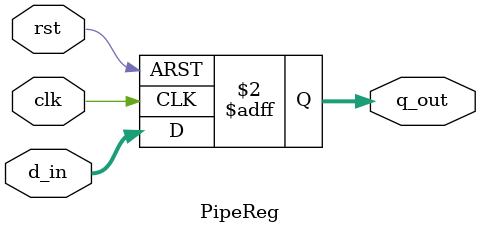
<source format=sv>
`timescale 1ns/1ns
module PipeReg #(
    parameter WIDTH = 16
)(
    input  wire             clk,
    input  wire             rst,
    input  wire [WIDTH-1:0] d_in,
    output reg  [WIDTH-1:0] q_out
);

    always @(posedge clk, posedge rst) begin
        if (rst)
            q_out <= '0;
        else
            q_out <= d_in;
    end

endmodule


</source>
